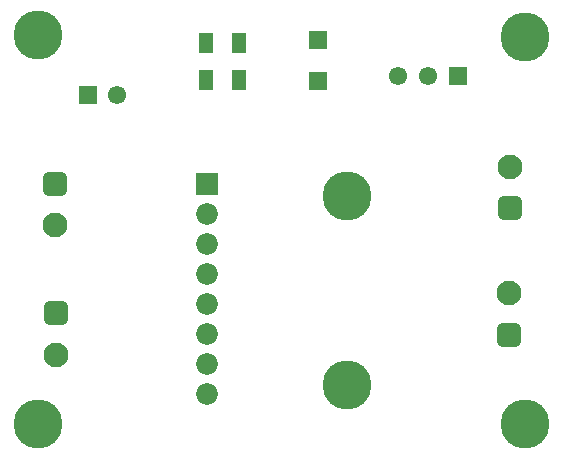
<source format=gts>
G04*
G04 #@! TF.GenerationSoftware,Altium Limited,Altium Designer,23.10.1 (27)*
G04*
G04 Layer_Color=8388736*
%FSLAX44Y44*%
%MOMM*%
G71*
G04*
G04 #@! TF.SameCoordinates,1345ED2D-9207-4A2D-A8D2-642164562389*
G04*
G04*
G04 #@! TF.FilePolarity,Negative*
G04*
G01*
G75*
%ADD14R,1.5000X1.5000*%
%ADD15R,1.2557X1.7582*%
%ADD16C,4.1500*%
%ADD17C,1.5500*%
%ADD18R,1.5500X1.5500*%
%ADD19C,1.8400*%
%ADD20R,1.8400X1.8400*%
G04:AMPARAMS|DCode=21|XSize=2.1mm|YSize=2.1mm|CornerRadius=0.5625mm|HoleSize=0mm|Usage=FLASHONLY|Rotation=90.000|XOffset=0mm|YOffset=0mm|HoleType=Round|Shape=RoundedRectangle|*
%AMROUNDEDRECTD21*
21,1,2.1000,0.9750,0,0,90.0*
21,1,0.9750,2.1000,0,0,90.0*
1,1,1.1250,0.4875,0.4875*
1,1,1.1250,0.4875,-0.4875*
1,1,1.1250,-0.4875,-0.4875*
1,1,1.1250,-0.4875,0.4875*
%
%ADD21ROUNDEDRECTD21*%
%ADD22C,2.1000*%
D14*
X500380Y561620D02*
D03*
Y596620D02*
D03*
D15*
X433070Y562610D02*
D03*
X405045D02*
D03*
X433112Y594360D02*
D03*
X405088D02*
D03*
D16*
X524510Y304800D02*
D03*
Y464820D02*
D03*
X675640Y271780D02*
D03*
Y599440D02*
D03*
X262890Y271780D02*
D03*
Y600710D02*
D03*
D17*
X567690Y566420D02*
D03*
X593090D02*
D03*
X330000Y550080D02*
D03*
D18*
X618490Y566420D02*
D03*
X305000Y550080D02*
D03*
D19*
X406400Y297180D02*
D03*
Y322580D02*
D03*
Y347980D02*
D03*
Y373380D02*
D03*
Y398780D02*
D03*
Y424180D02*
D03*
Y449580D02*
D03*
D20*
Y474980D02*
D03*
D21*
X662940Y453950D02*
D03*
X277670Y474700D02*
D03*
X662130Y346990D02*
D03*
X278130Y365200D02*
D03*
D22*
X662940Y488950D02*
D03*
X277670Y439700D02*
D03*
X662130Y381990D02*
D03*
X278130Y330200D02*
D03*
M02*

</source>
